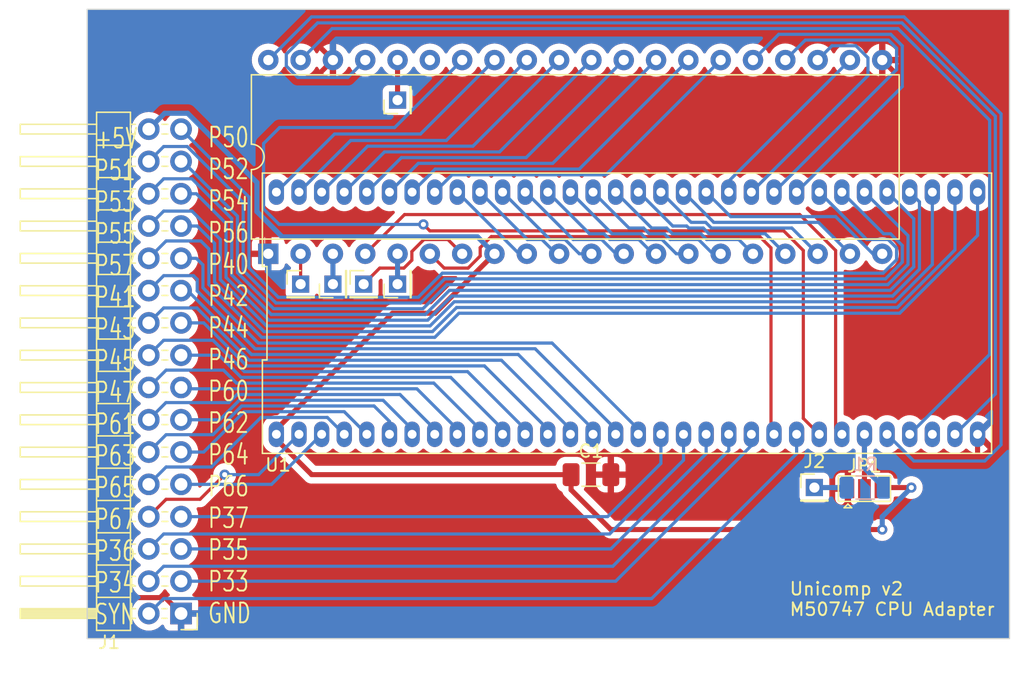
<source format=kicad_pcb>
(kicad_pcb (version 20221018) (generator pcbnew)
  (layers (0 "F.Cu" signal) (31 "B.Cu" signal) (34 "B.Paste" user) (35 "F.Paste" user) (36 "B.SilkS" user "B.Silkscreen") (37 "F.SilkS" user "F.Silkscreen") (38 "B.Mask" user) (39 "F.Mask" user) (44 "Edge.Cuts" user))
  (net 0 "")
  (net 1 "+5V")
  (net 2 "GND")
  (net 3 "/P50")
  (net 4 "/P47")
  (net 5 "/P46")
  (net 6 "/~{NMI}")
  (net 7 "/~{IRQ1}")
  (net 8 "/~{RST}")
  (net 9 "/P45")
  (net 10 "/P44")
  (net 11 "/A15")
  (net 12 "/A14")
  (net 13 "/A13")
  (net 14 "/A12")
  (net 15 "/A11")
  (net 16 "/A10")
  (net 17 "/A9")
  (net 18 "/A8")
  (net 19 "/D7")
  (net 20 "/D6")
  (net 21 "/D5")
  (net 22 "/D4")
  (net 23 "/D3")
  (net 24 "/D2")
  (net 25 "/D1")
  (net 26 "/D0")
  (net 27 "/R{slash}~{W}")
  (net 28 "Net-(J6-Pin_1)")
  (net 29 "/A0")
  (net 30 "/A1")
  (net 31 "/A2")
  (net 32 "/A3")
  (net 33 "/A4")
  (net 34 "/A5")
  (net 35 "/A6")
  (net 36 "/A7")
  (net 37 "/PHI2")
  (net 38 "/CPUCLK")
  (net 39 "+5C")
  (net 40 "/P43")
  (net 41 "/P42")
  (net 42 "/P41")
  (net 43 "Net-(J3-Pin_1)")
  (net 44 "Net-(J4-Pin_1)")
  (net 45 "/~{HALT}")
  (net 46 "/BA")
  (net 47 "/P40")
  (net 48 "/P51")
  (net 49 "/P52")
  (net 50 "/P53")
  (net 51 "/P54")
  (net 52 "/P55")
  (net 53 "/P56")
  (net 54 "/P57")
  (net 55 "/P60")
  (net 56 "/P61")
  (net 57 "/P62")
  (net 58 "/P63")
  (net 59 "/P64")
  (net 60 "/P65")
  (net 61 "/P66")
  (net 62 "/P67")
  (net 63 "/SYNC")
  (net 65 "/P37")
  (net 66 "/P36")
  (net 67 "/P35")
  (net 68 "/P34")
  (net 69 "/P33")
  (net 70 "Net-(J2-Pin_1)")
  (net 71 "Net-(JP1-C)")
  (footprint "Capacitor_SMD:C_1206_3216Metric_Pad1.33x1.80mm_HandSolder" (layer "F.Cu") (at 199.0975 70.104)
    (fp_text reference "C1")
    (fp_text value "100n" hide)
  )
  (footprint "Connector_PinHeader_2.00mm:PinHeader_1x01_P2.00mm_Vertical" (layer "F.Cu") (at 183.896 40.64 90)
    (fp_text reference "J4" hide)
    (fp_text value ".")
  )
  (footprint "Package_DIP:DIP-40_W15.24mm" (layer "F.Cu") (at 173.736 52.7304 90)
    (fp_text reference "U3" hide)
    (fp_text value "MC6802")
  )
  (footprint "Connector_PinHeader_2.54mm:PinHeader_2x16_P2.54mm_Horizontal" (layer "F.Cu") (at 166.878 81.026 180)
    (fp_text reference "J1")
    (fp_text value "Conn_02x16_Odd_Even")
  )
  (footprint "Connector_PinHeader_2.00mm:PinHeader_1x01_P2.00mm_Vertical" (layer "F.Cu") (at 181.229 55.118)
    (fp_text reference "J7" hide)
    (fp_text value ".")
  )
  (footprint "Connector_PinHeader_2.00mm:PinHeader_1x01_P2.00mm_Vertical" (layer "F.Cu") (at 183.896 55.118 90)
    (fp_text reference "J6" hide)
    (fp_text value ".")
  )
  (footprint "Jumper:SolderJumper-3_P1.3mm_Open_Pad1.0x1.5mm" (layer "F.Cu") (at 220.596523 71.206921)
    (fp_text reference "JP1")
    (fp_text value "Mode")
  )
  (footprint "my_own_conn:DIP-64_P1.778_W19.05" (layer "F.Cu") (at 201.93 57.404)
    (fp_text reference "U1")
    (fp_text value "M50747SDIP")
  )
  (footprint "Connector_PinHeader_2.00mm:PinHeader_1x01_P2.00mm_Vertical" (layer "F.Cu") (at 216.662 71.12)
    (fp_text reference "J2")
    (fp_text value ".")
  )
  (footprint "Connector_PinHeader_2.00mm:PinHeader_1x01_P2.00mm_Vertical" (layer "F.Cu") (at 176.276 55.118)
    (fp_text reference "J8" hide)
    (fp_text value ".")
  )
  (footprint "Connector_PinHeader_2.00mm:PinHeader_1x01_P2.00mm_Vertical" (layer "F.Cu") (at 178.816 55.118 90)
    (fp_text reference "J3" hide)
    (fp_text value ".")
  )
  (footprint "Resistor_SMD:R_1206_3216Metric" (layer "B.Cu") (at 220.6645 71.12 180)
    (fp_text reference "R1")
    (fp_text value "1k")
  )
  (gr_rect (start 159.5 33.5) (end 232 83) (stroke (width 0.1)) (fill none) (layer "Edge.Cuts"))
  (gr_text "+5V\nP51\nP53\nP55\nP57\nP41\nP43\nP45\nP47\nP61\nP63\nP65\nP67\nP36\nP34\nSYN" (at 160 82) (layer "F.SilkS") (effects (font (size 1.55 1.1)) (justify left bottom)))
  (gr_text "Unicomp v2\nM50747 CPU Adapter" (at 214.63 81.28) (layer "F.SilkS") (effects (font (size 1 1)) (justify left bottom)))
  (gr_text "P50\nP52\nP54\nP56\nP40\nP42\nP44\nP46\nP60\nP62\nP64\nP66\nP37\nP35\nP33\nGND\n" (at 168.91 81.915) (layer "F.SilkS") (effects (font (size 1.55 1.1)) (justify left bottom)))
  (segment (start 197.535 70.104) (end 177.146 70.104) (width 0.4) (layer "F.Cu") (net 1))
  (segment (start 183.496 57.404) (end 186.8424 57.404) (width 0.4) (layer "F.Cu") (net 1))
  (segment (start 197.535 71.297) (end 200.66 74.422) (width 0.4) (layer "F.Cu") (net 1))
  (segment (start 174.371 66.929) (end 174.371 66.529) (width 0.4) (layer "F.Cu") (net 1))
  (segment (start 174.371 66.529) (end 183.496 57.404) (width 0.4) (layer "F.Cu") (net 1))
  (segment (start 186.8424 57.404) (end 191.516 52.7304) (width 0.4) (layer "F.Cu") (net 1))
  (segment (start 224.282 71.12) (end 221.983444 71.12) (width 0.4) (layer "F.Cu") (net 1))
  (segment (start 174.371 67.329) (end 174.371 66.929) (width 0.4) (layer "F.Cu") (net 1))
  (segment (start 200.66 74.422) (end 221.996 74.422) (width 0.4) (layer "F.Cu") (net 1))
  (segment (start 197.535 70.104) (end 197.535 71.297) (width 0.4) (layer "F.Cu") (net 1))
  (segment (start 177.146 70.104) (end 174.371 67.329) (width 0.4) (layer "F.Cu") (net 1))
  (segment (start 221.983444 71.12) (end 221.896523 71.206921) (width 0.4) (layer "F.Cu") (net 1))
  (via (at 221.996 74.422) (size 0.8) (drill 0.4) (layers "F.Cu" "B.Cu") (net 1))
  (via (at 224.282 71.12) (size 0.8) (drill 0.4) (layers "F.Cu" "B.Cu") (net 1))
  (segment (start 190.1816 51.396) (end 191.516 52.7304) (width 0.4) (layer "B.Cu") (net 1))
  (segment (start 164.338 42.926) (end 165.588 41.676) (width 0.4) (layer "B.Cu") (net 1))
  (segment (start 167.395767 41.676) (end 172.839 47.119233) (width 0.4) (layer "B.Cu") (net 1))
  (segment (start 172.839 47.119233) (end 172.839 49.411746) (width 0.4) (layer "B.Cu") (net 1))
  (segment (start 172.839 49.411746) (end 174.823254 51.396) (width 0.4) (layer "B.Cu") (net 1))
  (segment (start 221.996 74.422) (end 221.996 73.406) (width 0.4) (layer "B.Cu") (net 1))
  (segment (start 221.996 73.406) (end 224.282 71.12) (width 0.4) (layer "B.Cu") (net 1))
  (segment (start 174.823254 51.396) (end 190.1816 51.396) (width 0.4) (layer "B.Cu") (net 1))
  (segment (start 165.588 41.676) (end 167.395767 41.676) (width 0.4) (layer "B.Cu") (net 1))
  (segment (start 200.66 71.882) (end 200.66 70.104) (width 0.4) (layer "F.Cu") (net 2))
  (segment (start 219.296523 71.206921) (end 219.296523 72.295477) (width 0.4) (layer "F.Cu") (net 2))
  (segment (start 219.296523 72.295477) (end 218.186 73.406) (width 0.4) (layer "F.Cu") (net 2))
  (segment (start 229.489 66.929) (end 229.997 66.421) (width 0.4) (layer "F.Cu") (net 2))
  (segment (start 226.568 73.406) (end 220.345602 73.406) (width 0.4) (layer "F.Cu") (net 2))
  (segment (start 229.489 70.485) (end 226.568 73.406) (width 0.4) (layer "F.Cu") (net 2))
  (segment (start 165.628 79.776) (end 166.878 81.026) (width 0.4) (layer "F.Cu") (net 2))
  (segment (start 202.184 73.406) (end 200.66 71.882) (width 0.4) (layer "F.Cu") (net 2))
  (segment (start 220.345602 73.406) (end 219.296523 72.356921) (width 0.4) (layer "F.Cu") (net 2))
  (segment (start 231.14 65.278) (end 231.14 46.6344) (width 0.4) (layer "F.Cu") (net 2))
  (segment (start 218.186 73.406) (end 202.184 73.406) (width 0.4) (layer "F.Cu") (net 2))
  (segment (start 160.528 42.799) (end 167.513 35.814) (width 0.4) (layer "F.Cu") (net 2))
  (segment (start 178.816 37.4904) (end 173.228 43.0784) (width 0.4) (layer "F.Cu") (net 2))
  (segment (start 229.489 66.929) (end 229.489 70.485) (width 0.4) (layer "F.Cu") (net 2))
  (segment (start 229.997 66.421) (end 229.997 66.457214) (width 0.4) (layer "F.Cu") (net 2))
  (segment (start 161.183 79.776) (end 165.628 79.776) (width 0.4) (layer "F.Cu") (net 2))
  (segment (start 173.228 52.0384) (end 173.136 52.1304) (width 0.4) (layer "F.Cu") (net 2))
  (segment (start 219.296523 72.356921) (end 219.296523 71.206921) (width 0.4) (layer "F.Cu") (net 2))
  (segment (start 231.14 46.6344) (end 221.996 37.4904) (width 0.4) (layer "F.Cu") (net 2))
  (segment (start 160.528 79.121) (end 161.183 79.776) (width 0.4) (layer "F.Cu") (net 2))
  (segment (start 167.513 35.814) (end 177.1396 35.814) (width 0.4) (layer "F.Cu") (net 2))
  (segment (start 160.528 79.121) (end 160.528 42.799) (width 0.4) (layer "F.Cu") (net 2))
  (segment (start 229.997 66.421) (end 231.14 65.278) (width 0.4) (layer "F.Cu") (net 2))
  (segment (start 173.228 43.0784) (end 173.228 52.0384) (width 0.4) (layer "F.Cu") (net 2))
  (segment (start 177.1396 35.814) (end 178.816 37.4904) (width 0.4) (layer "F.Cu") (net 2))
  (segment (start 220.7694 51.6054) (end 217.043 47.879) (width 0.25) (layer "B.Cu") (net 3))
  (segment (start 223.121 53.196391) (end 223.121 52.264409) (width 0.25) (layer "B.Cu") (net 3))
  (segment (start 185.520228 56.151) (end 187.417228 54.254) (width 0.25) (layer "B.Cu") (net 3))
  (segment (start 172.212 53.838228) (end 174.524772 56.151) (width 0.25) (layer "B.Cu") (net 3))
  (segment (start 166.878 42.926) (end 172.212 48.26) (width 0.25) (layer "B.Cu") (net 3))
  (segment (start 223.121 52.264409) (end 222.461991 51.6054) (width 0.25) (layer "B.Cu") (net 3))
  (segment (start 172.212 48.26) (end 172.212 53.838228) (width 0.25) (layer "B.Cu") (net 3))
  (segment (start 187.417228 54.254) (end 222.063391 54.254) (width 0.25) (layer "B.Cu") (net 3))
  (segment (start 222.461991 51.6054) (end 220.7694 51.6054) (width 0.25) (layer "B.Cu") (net 3))
  (segment (start 174.524772 56.151) (end 185.520228 56.151) (width 0.25) (layer "B.Cu") (net 3))
  (segment (start 222.063391 54.254) (end 223.121 53.196391) (width 0.25) (layer "B.Cu") (net 3))
  (segment (start 190.373 66.529) (end 190.373 66.929) (width 0.25) (layer "B.Cu") (net 4))
  (segment (start 165.703 61.881) (end 170.212 61.881) (width 0.25) (layer "B.Cu") (net 4))
  (segment (start 164.338 63.246) (end 165.703 61.881) (width 0.25) (layer "B.Cu") (net 4))
  (segment (start 171.232 62.901) (end 186.745 62.901) (width 0.25) (layer "B.Cu") (net 4))
  (segment (start 170.212 61.881) (end 171.232 62.901) (width 0.25) (layer "B.Cu") (net 4))
  (segment (start 186.745 62.901) (end 190.373 66.529) (width 0.25) (layer "B.Cu") (net 4))
  (segment (start 169.856624 60.706) (end 171.601624 62.451) (width 0.25) (layer "B.Cu") (net 5))
  (segment (start 171.601624 62.451) (end 188.073 62.451) (width 0.25) (layer "B.Cu") (net 5))
  (segment (start 188.073 62.451) (end 192.151 66.529) (width 0.25) (layer "B.Cu") (net 5))
  (segment (start 192.151 66.529) (end 192.151 66.929) (width 0.25) (layer "B.Cu") (net 5))
  (segment (start 166.878 60.706) (end 169.856624 60.706) (width 0.25) (layer "B.Cu") (net 5))
  (segment (start 212.363591 51.377) (end 213.251 52.264409) (width 0.25) (layer "F.Cu") (net 6))
  (segment (start 191.262 51.377) (end 212.363591 51.377) (width 0.25) (layer "F.Cu") (net 6))
  (segment (start 213.251 52.264409) (end 213.251 66.693) (width 0.25) (layer "F.Cu") (net 6))
  (segment (start 190.391 52.906391) (end 190.391 52.248) (width 0.25) (layer "F.Cu") (net 6))
  (segment (start 186.436 52.7304) (end 187.561 53.8554) (width 0.25) (layer "F.Cu") (net 6))
  (segment (start 213.251 66.693) (end 213.487 66.929) (width 0.25) (layer "F.Cu") (net 6))
  (segment (start 189.441991 53.8554) (end 190.391 52.906391) (width 0.25) (layer "F.Cu") (net 6))
  (segment (start 187.561 53.8554) (end 189.441991 53.8554) (width 0.25) (layer "F.Cu") (net 6))
  (segment (start 190.391 52.248) (end 191.262 51.377) (width 0.25) (layer "F.Cu") (net 6))
  (segment (start 218.331 66.439) (end 218.821 66.929) (width 0.25) (layer "F.Cu") (net 7))
  (segment (start 215.506 49.644) (end 218.331 52.469) (width 0.25) (layer "F.Cu") (net 7))
  (segment (start 181.356 52.7304) (end 184.4424 49.644) (width 0.25) (layer "F.Cu") (net 7))
  (segment (start 184.4424 49.644) (end 215.506 49.644) (width 0.25) (layer "F.Cu") (net 7))
  (segment (start 218.331 52.469) (end 218.331 66.439) (width 0.25) (layer "F.Cu") (net 7))
  (segment (start 231.336 41.723604) (end 231.336 67.750396) (width 0.25) (layer "B.Cu") (net 8))
  (segment (start 231.336 67.750396) (end 230.056396 69.03) (width 0.25) (layer "B.Cu") (net 8))
  (segment (start 177.1324 34.094) (end 223.706396 34.094) (width 0.25) (layer "B.Cu") (net 8))
  (segment (start 173.736 37.4904) (end 177.1324 34.094) (width 0.25) (layer "B.Cu") (net 8))
  (segment (start 230.056396 69.03) (end 224.478 69.03) (width 0.25) (layer "B.Cu") (net 8))
  (segment (start 224.478 69.03) (end 222.377 66.929) (width 0.25) (layer "B.Cu") (net 8))
  (segment (start 223.706396 34.094) (end 231.336 41.723604) (width 0.25) (layer "B.Cu") (net 8))
  (segment (start 193.929 66.529) (end 193.929 66.929) (width 0.25) (layer "B.Cu") (net 9))
  (segment (start 189.401 62.001) (end 193.929 66.529) (width 0.25) (layer "B.Cu") (net 9))
  (segment (start 169.387396 59.531) (end 171.857396 62.001) (width 0.25) (layer "B.Cu") (net 9))
  (segment (start 164.338 60.706) (end 165.513 59.531) (width 0.25) (layer "B.Cu") (net 9))
  (segment (start 165.513 59.531) (end 169.387396 59.531) (width 0.25) (layer "B.Cu") (net 9))
  (segment (start 171.857396 62.001) (end 189.401 62.001) (width 0.25) (layer "B.Cu") (net 9))
  (segment (start 168.658792 58.166) (end 172.043792 61.551) (width 0.25) (layer "B.Cu") (net 10))
  (segment (start 172.043792 61.551) (end 190.729 61.551) (width 0.25) (layer "B.Cu") (net 10))
  (segment (start 166.878 58.166) (end 168.658792 58.166) (width 0.25) (layer "B.Cu") (net 10))
  (segment (start 195.707 66.529) (end 195.707 66.929) (width 0.25) (layer "B.Cu") (net 10))
  (segment (start 190.729 61.551) (end 195.707 66.529) (width 0.25) (layer "B.Cu") (net 10))
  (segment (start 213.861 35.4654) (end 211.836 37.4904) (width 0.25) (layer "B.Cu") (net 11))
  (segment (start 222.6634 35.4654) (end 213.861 35.4654) (width 0.25) (layer "B.Cu") (net 11))
  (segment (start 215.265 47.879) (end 223.571 39.573) (width 0.25) (layer "B.Cu") (net 11))
  (segment (start 223.571 36.373) (end 222.6634 35.4654) (width 0.25) (layer "B.Cu") (net 11))
  (segment (start 223.571 39.573) (end 223.571 36.373) (width 0.25) (layer "B.Cu") (net 11))
  (segment (start 223.121 38.245) (end 223.121 36.559396) (width 0.25) (layer "B.Cu") (net 12))
  (segment (start 222.477004 35.9154) (end 215.951 35.9154) (width 0.25) (layer "B.Cu") (net 12))
  (segment (start 213.487 47.879) (end 223.121 38.245) (width 0.25) (layer "B.Cu") (net 12))
  (segment (start 223.121 36.559396) (end 222.477004 35.9154) (width 0.25) (layer "B.Cu") (net 12))
  (segment (start 215.951 35.9154) (end 214.376 37.4904) (width 0.25) (layer "B.Cu") (net 12))
  (segment (start 220.871 37.314409) (end 219.921991 36.3654) (width 0.25) (layer "B.Cu") (net 13))
  (segment (start 219.921991 36.3654) (end 218.041 36.3654) (width 0.25) (layer "B.Cu") (net 13))
  (segment (start 220.871 38.717) (end 220.871 37.314409) (width 0.25) (layer "B.Cu") (net 13))
  (segment (start 211.709 47.879) (end 220.871 38.717) (width 0.25) (layer "B.Cu") (net 13))
  (segment (start 218.041 36.3654) (end 216.916 37.4904) (width 0.25) (layer "B.Cu") (net 13))
  (segment (start 209.931 47.0154) (end 219.456 37.4904) (width 0.25) (layer "B.Cu") (net 14))
  (segment (start 209.931 47.879) (end 209.931 47.0154) (width 0.25) (layer "B.Cu") (net 14))
  (segment (start 210.0794 49.8054) (end 218.333004 49.8054) (width 0.25) (layer "B.Cu") (net 15))
  (segment (start 208.153 47.879) (end 210.0794 49.8054) (width 0.25) (layer "B.Cu") (net 15))
  (segment (start 218.333004 49.8054) (end 221.258004 52.7304) (width 0.25) (layer "B.Cu") (net 15))
  (segment (start 221.258004 52.7304) (end 221.996 52.7304) (width 0.25) (layer "B.Cu") (net 15))
  (segment (start 206.375 47.879) (end 208.7514 50.2554) (width 0.25) (layer "B.Cu") (net 16))
  (segment (start 208.7514 50.2554) (end 216.981 50.2554) (width 0.25) (layer "B.Cu") (net 16))
  (segment (start 216.981 50.2554) (end 219.456 52.7304) (width 0.25) (layer "B.Cu") (net 16))
  (segment (start 204.597 47.879) (end 206.9734 50.2554) (width 0.25) (layer "B.Cu") (net 17))
  (segment (start 208.115004 50.2554) (end 208.565004 50.7054) (width 0.25) (layer "B.Cu") (net 17))
  (segment (start 206.9734 50.2554) (end 208.115004 50.2554) (width 0.25) (layer "B.Cu") (net 17))
  (segment (start 214.891 50.7054) (end 216.916 52.7304) (width 0.25) (layer "B.Cu") (net 17))
  (segment (start 208.565004 50.7054) (end 214.891 50.7054) (width 0.25) (layer "B.Cu") (net 17))
  (segment (start 205.531779 50.546) (end 206.627604 50.546) (width 0.25) (layer "B.Cu") (net 18))
  (segment (start 207.928608 50.7054) (end 208.378608 51.1554) (width 0.25) (layer "B.Cu") (net 18))
  (segment (start 202.864779 47.879) (end 205.531779 50.546) (width 0.25) (layer "B.Cu") (net 18))
  (segment (start 206.787004 50.7054) (end 207.928608 50.7054) (width 0.25) (layer "B.Cu") (net 18))
  (segment (start 208.378608 51.1554) (end 212.801 51.1554) (width 0.25) (layer "B.Cu") (net 18))
  (segment (start 202.819 47.879) (end 202.864779 47.879) (width 0.25) (layer "B.Cu") (net 18))
  (segment (start 206.627604 50.546) (end 206.787004 50.7054) (width 0.25) (layer "B.Cu") (net 18))
  (segment (start 212.801 51.1554) (end 214.376 52.7304) (width 0.25) (layer "B.Cu") (net 18))
  (segment (start 188.181 46.515) (end 186.817 47.879) (width 0.25) (layer "B.Cu") (net 19))
  (segment (start 209.296 37.4904) (end 200.2714 46.515) (width 0.25) (layer "B.Cu") (net 19))
  (segment (start 200.2714 46.515) (end 188.181 46.515) (width 0.25) (layer "B.Cu") (net 19))
  (segment (start 198.1814 46.065) (end 186.853 46.065) (width 0.25) (layer "B.Cu") (net 20))
  (segment (start 206.756 37.4904) (end 198.1814 46.065) (width 0.25) (layer "B.Cu") (net 20))
  (segment (start 186.853 46.065) (end 185.039 47.879) (width 0.25) (layer "B.Cu") (net 20))
  (segment (start 196.0914 45.615) (end 185.525 45.615) (width 0.25) (layer "B.Cu") (net 21))
  (segment (start 204.216 37.4904) (end 196.0914 45.615) (width 0.25) (layer "B.Cu") (net 21))
  (segment (start 185.525 45.615) (end 183.261 47.879) (width 0.25) (layer "B.Cu") (net 21))
  (segment (start 201.676 37.4904) (end 194.0014 45.165) (width 0.25) (layer "B.Cu") (net 22))
  (segment (start 194.0014 45.165) (end 184.197 45.165) (width 0.25) (layer "B.Cu") (net 22))
  (segment (start 184.197 45.165) (end 181.483 47.879) (width 0.25) (layer "B.Cu") (net 22))
  (segment (start 199.136 37.4904) (end 191.9114 44.715) (width 0.25) (layer "B.Cu") (net 23))
  (segment (start 191.9114 44.715) (end 182.869 44.715) (width 0.25) (layer "B.Cu") (net 23))
  (segment (start 182.869 44.715) (end 179.705 47.879) (width 0.25) (layer "B.Cu") (net 23))
  (segment (start 181.541 44.265) (end 177.927 47.879) (width 0.25) (layer "B.Cu") (net 24))
  (segment (start 196.596 37.4904) (end 189.8214 44.265) (width 0.25) (layer "B.Cu") (net 24))
  (segment (start 189.8214 44.265) (end 181.541 44.265) (width 0.25) (layer "B.Cu") (net 24))
  (segment (start 187.7314 43.815) (end 180.213 43.815) (width 0.25) (layer "B.Cu") (net 25))
  (segment (start 180.213 43.815) (end 176.149 47.879) (width 0.25) (layer "B.Cu") (net 25))
  (segment (start 194.056 37.4904) (end 187.7314 43.815) (width 0.25) (layer "B.Cu") (net 25))
  (segment (start 191.516 37.4904) (end 185.6994 43.307) (width 0.25) (layer "B.Cu") (net 26))
  (segment (start 185.6994 43.307) (end 178.943 43.307) (width 0.25) (layer "B.Cu") (net 26))
  (segment (start 178.943 43.307) (end 174.371 47.879) (width 0.25) (layer "B.Cu") (net 26))
  (segment (start 217.043 66.929) (end 215.791 65.677) (width 0.25) (layer "F.Cu") (net 27))
  (segment (start 215.791 65.677) (end 215.791 52.469) (width 0.25) (layer "F.Cu") (net 27))
  (segment (start 214.249 50.927) (end 186.436 50.927) (width 0.25) (layer "F.Cu") (net 27))
  (segment (start 186.436 50.927) (end 185.928 50.419) (width 0.25) (layer "F.Cu") (net 27))
  (segment (start 215.791 52.469) (end 214.249 50.927) (width 0.25) (layer "F.Cu") (net 27))
  (via (at 185.928 50.419) (size 0.8) (drill 0.4) (layers "F.Cu" "B.Cu") (net 27))
  (segment (start 173.364 44.06) (end 174.625 42.799) (width 0.25) (layer "B.Cu") (net 27))
  (segment (start 185.928 50.419) (end 174.588716 50.419) (width 0.25) (layer "B.Cu") (net 27))
  (segment (start 174.588716 50.419) (end 173.364 49.194284) (width 0.25) (layer "B.Cu") (net 27))
  (segment (start 173.364 49.194284) (end 173.364 44.06) (width 0.25) (layer "B.Cu") (net 27))
  (segment (start 174.625 42.799) (end 183.6674 42.799) (width 0.25) (layer "B.Cu") (net 27))
  (segment (start 183.6674 42.799) (end 188.976 37.4904) (width 0.25) (layer "B.Cu") (net 27))
  (segment (start 183.896 55.118) (end 183.896 52.7304) (width 0.4) (layer "B.Cu") (net 28))
  (segment (start 188.595 47.879) (end 193.4464 52.7304) (width 0.25) (layer "B.Cu") (net 29))
  (segment (start 193.4464 52.7304) (end 194.056 52.7304) (width 0.25) (layer "B.Cu") (net 29))
  (segment (start 196.366004 52.7304) (end 196.596 52.7304) (width 0.25) (layer "B.Cu") (net 30))
  (segment (start 190.373 47.879) (end 194.0994 51.6054) (width 0.25) (layer "B.Cu") (net 30))
  (segment (start 195.241004 51.6054) (end 196.366004 52.7304) (width 0.25) (layer "B.Cu") (net 30))
  (segment (start 194.0994 51.6054) (end 195.241004 51.6054) (width 0.25) (layer "B.Cu") (net 30))
  (segment (start 197.061991 51.6054) (end 198.186991 52.7304) (width 0.25) (layer "B.Cu") (net 31))
  (segment (start 195.8774 51.6054) (end 197.061991 51.6054) (width 0.25) (layer "B.Cu") (net 31))
  (segment (start 198.186991 52.7304) (end 199.136 52.7304) (width 0.25) (layer "B.Cu") (net 31))
  (segment (start 192.151 47.879) (end 195.8774 51.6054) (width 0.25) (layer "B.Cu") (net 31))
  (segment (start 193.971987 47.879) (end 197.698387 51.6054) (width 0.25) (layer "B.Cu") (net 32))
  (segment (start 197.698387 51.6054) (end 199.938608 51.6054) (width 0.25) (layer "B.Cu") (net 32))
  (segment (start 193.929 47.879) (end 193.971987 47.879) (width 0.25) (layer "B.Cu") (net 32))
  (segment (start 199.938608 51.6054) (end 201.063608 52.7304) (width 0.25) (layer "B.Cu") (net 32))
  (segment (start 201.063608 52.7304) (end 201.676 52.7304) (width 0.25) (layer "B.Cu") (net 32))
  (segment (start 203.983212 52.7304) (end 204.216 52.7304) (width 0.25) (layer "B.Cu") (net 33))
  (segment (start 202.858212 51.6054) (end 203.983212 52.7304) (width 0.25) (layer "B.Cu") (net 33))
  (segment (start 200.125004 51.1554) (end 200.575004 51.6054) (width 0.25) (layer "B.Cu") (net 33))
  (segment (start 198.9834 51.1554) (end 200.125004 51.1554) (width 0.25) (layer "B.Cu") (net 33))
  (segment (start 200.575004 51.6054) (end 202.858212 51.6054) (width 0.25) (layer "B.Cu") (net 33))
  (segment (start 195.707 47.879) (end 198.9834 51.1554) (width 0.25) (layer "B.Cu") (net 33))
  (segment (start 203.494608 51.6054) (end 204.681991 51.6054) (width 0.25) (layer "B.Cu") (net 34))
  (segment (start 204.681991 51.6054) (end 205.806991 52.7304) (width 0.25) (layer "B.Cu") (net 34))
  (segment (start 203.044608 51.1554) (end 203.494608 51.6054) (width 0.25) (layer "B.Cu") (net 34))
  (segment (start 200.7614 51.1554) (end 203.044608 51.1554) (width 0.25) (layer "B.Cu") (net 34))
  (segment (start 205.806991 52.7304) (end 206.756 52.7304) (width 0.25) (layer "B.Cu") (net 34))
  (segment (start 197.485 47.879) (end 200.7614 51.1554) (width 0.25) (layer "B.Cu") (net 34))
  (segment (start 205.318387 51.6054) (end 207.555816 51.6054) (width 0.25) (layer "B.Cu") (net 35))
  (segment (start 199.263 47.879) (end 202.0894 50.7054) (width 0.25) (layer "B.Cu") (net 35))
  (segment (start 204.868387 51.1554) (end 205.318387 51.6054) (width 0.25) (layer "B.Cu") (net 35))
  (segment (start 203.681004 51.1554) (end 204.868387 51.1554) (width 0.25) (layer "B.Cu") (net 35))
  (segment (start 203.231004 50.7054) (end 203.681004 51.1554) (width 0.25) (layer "B.Cu") (net 35))
  (segment (start 208.680816 52.7304) (end 209.296 52.7304) (width 0.25) (layer "B.Cu") (net 35))
  (segment (start 207.555816 51.6054) (end 208.680816 52.7304) (width 0.25) (layer "B.Cu") (net 35))
  (segment (start 202.0894 50.7054) (end 203.231004 50.7054) (width 0.25) (layer "B.Cu") (net 35))
  (segment (start 203.8674 50.7054) (end 205.054783 50.7054) (width 0.25) (layer "B.Cu") (net 36))
  (segment (start 205.054783 50.7054) (end 205.504783 51.1554) (width 0.25) (layer "B.Cu") (net 36))
  (segment (start 201.041 47.879) (end 203.8674 50.7054) (width 0.25) (layer "B.Cu") (net 36))
  (segment (start 207.742212 51.1554) (end 208.192212 51.6054) (width 0.25) (layer "B.Cu") (net 36))
  (segment (start 208.192212 51.6054) (end 210.711 51.6054) (width 0.25) (layer "B.Cu") (net 36))
  (segment (start 205.504783 51.1554) (end 207.742212 51.1554) (width 0.25) (layer "B.Cu") (net 36))
  (segment (start 210.711 51.6054) (end 211.836 52.7304) (width 0.25) (layer "B.Cu") (net 36))
  (segment (start 223.5414 34.5654) (end 177.610009 34.5654) (width 0.25) (layer "B.Cu") (net 37))
  (segment (start 175.151 37.024409) (end 175.151 37.956391) (width 0.25) (layer "B.Cu") (net 37))
  (segment (start 230.886 41.91) (end 223.5414 34.5654) (width 0.25) (layer "B.Cu") (net 37))
  (segment (start 177.610009 34.5654) (end 175.151 37.024409) (width 0.25) (layer "B.Cu") (net 37))
  (segment (start 230.886 63.754) (end 230.886 41.91) (width 0.25) (layer "B.Cu") (net 37))
  (segment (start 176.056609 38.862) (end 179.9844 38.862) (width 0.25) (layer "B.Cu") (net 37))
  (segment (start 175.151 37.956391) (end 176.056609 38.862) (width 0.25) (layer "B.Cu") (net 37))
  (segment (start 179.9844 38.862) (end 181.356 37.4904) (width 0.25) (layer "B.Cu") (net 37))
  (segment (start 227.711 66.929) (end 230.886 63.754) (width 0.25) (layer "B.Cu") (net 37))
  (segment (start 178.751 35.0154) (end 223.2294 35.0154) (width 0.25) (layer "B.Cu") (net 38))
  (segment (start 230.436 42.222) (end 230.436 60.648) (width 0.25) (layer "B.Cu") (net 38))
  (segment (start 223.2294 35.0154) (end 230.436 42.222) (width 0.25) (layer "B.Cu") (net 38))
  (segment (start 230.436 60.648) (end 224.155 66.929) (width 0.25) (layer "B.Cu") (net 38))
  (segment (start 176.276 37.4904) (end 178.751 35.0154) (width 0.25) (layer "B.Cu") (net 38))
  (segment (start 192.057 61.101) (end 197.485 66.529) (width 0.25) (layer "B.Cu") (net 40))
  (segment (start 172.230188 61.101) (end 192.057 61.101) (width 0.25) (layer "B.Cu") (net 40))
  (segment (start 164.338 58.166) (end 165.513 56.991) (width 0.25) (layer "B.Cu") (net 40))
  (segment (start 168.120188 56.991) (end 172.230188 61.101) (width 0.25) (layer "B.Cu") (net 40))
  (segment (start 165.513 56.991) (end 168.120188 56.991) (width 0.25) (layer "B.Cu") (net 40))
  (segment (start 197.485 66.529) (end 197.485 66.929) (width 0.25) (layer "B.Cu") (net 40))
  (segment (start 193.385 60.651) (end 199.263 66.529) (width 0.25) (layer "B.Cu") (net 41))
  (segment (start 166.878 55.626) (end 167.391584 55.626) (width 0.25) (layer "B.Cu") (net 41))
  (segment (start 172.416584 60.651) (end 193.385 60.651) (width 0.25) (layer "B.Cu") (net 41))
  (segment (start 167.391584 55.626) (end 172.416584 60.651) (width 0.25) (layer "B.Cu") (net 41))
  (segment (start 199.263 66.529) (end 199.263 66.929) (width 0.25) (layer "B.Cu") (net 41))
  (segment (start 201.041 66.529) (end 201.041 66.929) (width 0.25) (layer "B.Cu") (net 42))
  (segment (start 165.513 54.451) (end 167.862 54.451) (width 0.25) (layer "B.Cu") (net 42))
  (segment (start 168.148 54.737) (end 168.148 55.651) (width 0.25) (layer "B.Cu") (net 42))
  (segment (start 167.862 54.451) (end 168.148 54.737) (width 0.25) (layer "B.Cu") (net 42))
  (segment (start 164.338 55.626) (end 165.513 54.451) (width 0.25) (layer "B.Cu") (net 42))
  (segment (start 194.713 60.201) (end 201.041 66.529) (width 0.25) (layer "B.Cu") (net 42))
  (segment (start 172.698 60.201) (end 194.713 60.201) (width 0.25) (layer "B.Cu") (net 42))
  (segment (start 168.148 55.651) (end 172.698 60.201) (width 0.25) (layer "B.Cu") (net 42))
  (segment (start 178.816 52.7304) (end 178.816 55.118) (width 0.4) (layer "B.Cu") (net 43))
  (segment (start 183.896 37.4904) (end 183.896 40.64) (width 0.4) (layer "F.Cu") (net 44))
  (segment (start 176.276 55.118) (end 176.276 52.7304) (width 0.25) (layer "F.Cu") (net 45))
  (segment (start 188.976 52.7304) (end 187.851 51.6054) (width 0.25) (layer "F.Cu") (net 46))
  (segment (start 185.021 53.231) (end 184.3966 53.8554) (width 0.25) (layer "F.Cu") (net 46))
  (segment (start 187.851 51.6054) (end 185.970009 51.6054) (width 0.25) (layer "F.Cu") (net 46))
  (segment (start 185.021 52.554409) (end 185.021 53.231) (width 0.25) (layer "F.Cu") (net 46))
  (segment (start 184.3966 53.8554) (end 182.4916 53.8554) (width 0.25) (layer "F.Cu") (net 46))
  (segment (start 185.970009 51.6054) (end 185.021 52.554409) (width 0.25) (layer "F.Cu") (net 46))
  (segment (start 182.4916 53.8554) (end 181.229 55.118) (width 0.25) (layer "F.Cu") (net 46))
  (segment (start 202.819 66.529) (end 196.041 59.751) (width 0.25) (layer "B.Cu") (net 47))
  (segment (start 168.598 53.603919) (end 168.080081 53.086) (width 0.25) (layer "B.Cu") (net 47))
  (segment (start 168.080081 53.086) (end 166.878 53.086) (width 0.25) (layer "B.Cu") (net 47))
  (segment (start 202.819 66.929) (end 202.819 66.529) (width 0.25) (layer "B.Cu") (net 47))
  (segment (start 172.952 59.751) (end 168.598 55.397) (width 0.25) (layer "B.Cu") (net 47))
  (segment (start 168.598 55.397) (end 168.598 53.603919) (width 0.25) (layer "B.Cu") (net 47))
  (segment (start 196.041 59.751) (end 172.952 59.751) (width 0.25) (layer "B.Cu") (net 47))
  (segment (start 167.364701 44.291) (end 171.762 48.688299) (width 0.25) (layer "B.Cu") (net 48))
  (segment (start 223.571 52.078013) (end 222.648387 51.1554) (width 0.25) (layer "B.Cu") (net 48))
  (segment (start 223.571 53.382787) (end 223.571 52.078013) (width 0.25) (layer "B.Cu") (net 48))
  (segment (start 165.513 44.291) (end 167.364701 44.291) (width 0.25) (layer "B.Cu") (net 48))
  (segment (start 171.762 48.688299) (end 171.762 54.024624) (width 0.25) (layer "B.Cu") (net 48))
  (segment (start 174.338376 56.601) (end 185.706624 56.601) (width 0.25) (layer "B.Cu") (net 48))
  (segment (start 171.762 54.024624) (end 174.338376 56.601) (width 0.25) (layer "B.Cu") (net 48))
  (segment (start 222.0974 51.1554) (end 218.821 47.879) (width 0.25) (layer "B.Cu") (net 48))
  (segment (start 185.706624 56.601) (end 187.603624 54.704) (width 0.25) (layer "B.Cu") (net 48))
  (segment (start 222.249787 54.704) (end 223.571 53.382787) (width 0.25) (layer "B.Cu") (net 48))
  (segment (start 222.648387 51.1554) (end 222.0974 51.1554) (width 0.25) (layer "B.Cu") (net 48))
  (segment (start 164.338 45.466) (end 165.513 44.291) (width 0.25) (layer "B.Cu") (net 48))
  (segment (start 187.603624 54.704) (end 222.249787 54.704) (width 0.25) (layer "B.Cu") (net 48))
  (segment (start 167.006396 45.466) (end 171.312 49.771604) (width 0.25) (layer "B.Cu") (net 49))
  (segment (start 174.15198 57.051) (end 185.89302 57.051) (width 0.25) (layer "B.Cu") (net 49))
  (segment (start 171.312 54.21102) (end 174.15198 57.051) (width 0.25) (layer "B.Cu") (net 49))
  (segment (start 222.436183 55.154) (end 224.021 53.569183) (width 0.25) (layer "B.Cu") (net 49))
  (segment (start 166.878 45.466) (end 167.006396 45.466) (width 0.25) (layer "B.Cu") (net 49))
  (segment (start 224.021 53.569183) (end 224.021 51.301) (width 0.25) (layer "B.Cu") (net 49))
  (segment (start 187.79002 55.154) (end 222.436183 55.154) (width 0.25) (layer "B.Cu") (net 49))
  (segment (start 185.89302 57.051) (end 187.79002 55.154) (width 0.25) (layer "B.Cu") (net 49))
  (segment (start 224.021 51.301) (end 220.599 47.879) (width 0.25) (layer "B.Cu") (net 49))
  (segment (start 171.312 49.771604) (end 171.312 54.21102) (width 0.25) (layer "B.Cu") (net 49))
  (segment (start 224.471 53.755579) (end 224.471 49.973) (width 0.25) (layer "B.Cu") (net 50))
  (segment (start 167.735 46.831) (end 170.862 49.958) (width 0.25) (layer "B.Cu") (net 50))
  (segment (start 164.338 48.006) (end 165.513 46.831) (width 0.25) (layer "B.Cu") (net 50))
  (segment (start 170.862 49.958) (end 170.862 54.397416) (width 0.25) (layer "B.Cu") (net 50))
  (segment (start 222.622579 55.604) (end 224.471 53.755579) (width 0.25) (layer "B.Cu") (net 50))
  (segment (start 186.079416 57.501) (end 187.976416 55.604) (width 0.25) (layer "B.Cu") (net 50))
  (segment (start 224.471 49.973) (end 222.377 47.879) (width 0.25) (layer "B.Cu") (net 50))
  (segment (start 165.513 46.831) (end 167.735 46.831) (width 0.25) (layer "B.Cu") (net 50))
  (segment (start 187.976416 55.604) (end 222.622579 55.604) (width 0.25) (layer "B.Cu") (net 50))
  (segment (start 170.862 54.397416) (end 173.965584 57.501) (width 0.25) (layer "B.Cu") (net 50))
  (segment (start 173.965584 57.501) (end 186.079416 57.501) (width 0.25) (layer "B.Cu") (net 50))
  (segment (start 173.779188 57.951) (end 186.265812 57.951) (width 0.25) (layer "B.Cu") (net 51))
  (segment (start 222.808975 56.054) (end 224.921 53.941975) (width 0.25) (layer "B.Cu") (net 51))
  (segment (start 166.878 48.006) (end 168.080081 48.006) (width 0.25) (layer "B.Cu") (net 51))
  (segment (start 188.162812 56.054) (end 222.808975 56.054) (width 0.25) (layer "B.Cu") (net 51))
  (segment (start 170.412 50.337919) (end 170.412 54.583812) (width 0.25) (layer "B.Cu") (net 51))
  (segment (start 170.412 54.583812) (end 173.779188 57.951) (width 0.25) (layer "B.Cu") (net 51))
  (segment (start 168.080081 48.006) (end 170.412 50.337919) (width 0.25) (layer "B.Cu") (net 51))
  (segment (start 224.921 53.941975) (end 224.921 48.645) (width 0.25) (layer "B.Cu") (net 51))
  (segment (start 186.265812 57.951) (end 188.162812 56.054) (width 0.25) (layer "B.Cu") (net 51))
  (segment (start 224.921 48.645) (end 224.155 47.879) (width 0.25) (layer "B.Cu") (net 51))
  (segment (start 169.962 51.596604) (end 169.962 54.770208) (width 0.25) (layer "B.Cu") (net 52))
  (segment (start 173.592792 58.401) (end 186.452208 58.401) (width 0.25) (layer "B.Cu") (net 52))
  (segment (start 188.349208 56.504) (end 222.995371 56.504) (width 0.25) (layer "B.Cu") (net 52))
  (segment (start 165.513 49.371) (end 167.736396 49.371) (width 0.25) (layer "B.Cu") (net 52))
  (segment (start 167.736396 49.371) (end 169.962 51.596604) (width 0.25) (layer "B.Cu") (net 52))
  (segment (start 225.933 53.566371) (end 225.933 47.879) (width 0.25) (layer "B.Cu") (net 52))
  (segment (start 222.995371 56.504) (end 225.933 53.566371) (width 0.25) (layer "B.Cu") (net 52))
  (segment (start 164.338 50.546) (end 165.513 49.371) (width 0.25) (layer "B.Cu") (net 52))
  (segment (start 186.452208 58.401) (end 188.349208 56.504) (width 0.25) (layer "B.Cu") (net 52))
  (segment (start 169.962 54.770208) (end 173.592792 58.401) (width 0.25) (layer "B.Cu") (net 52))
  (segment (start 227.711 52.424767) (end 227.711 47.879) (width 0.25) (layer "B.Cu") (net 53))
  (segment (start 169.512 54.956604) (end 173.406396 58.851) (width 0.25) (layer "B.Cu") (net 53))
  (segment (start 223.181767 56.954) (end 227.711 52.424767) (width 0.25) (layer "B.Cu") (net 53))
  (segment (start 188.535604 56.954) (end 223.181767 56.954) (width 0.25) (layer "B.Cu") (net 53))
  (segment (start 186.638604 58.851) (end 188.535604 56.954) (width 0.25) (layer "B.Cu") (net 53))
  (segment (start 169.512 51.91) (end 169.512 54.956604) (width 0.25) (layer "B.Cu") (net 53))
  (segment (start 173.406396 58.851) (end 186.638604 58.851) (width 0.25) (layer "B.Cu") (net 53))
  (segment (start 168.148 50.546) (end 169.512 51.91) (width 0.25) (layer "B.Cu") (net 53))
  (segment (start 166.878 50.546) (end 168.148 50.546) (width 0.25) (layer "B.Cu") (net 53))
  (segment (start 165.703 51.721) (end 168.434 51.721) (width 0.25) (layer "B.Cu") (net 54))
  (segment (start 164.338 53.086) (end 165.703 51.721) (width 0.25) (layer "B.Cu") (net 54))
  (segment (start 168.434 51.721) (end 169.062 52.349) (width 0.25) (layer "B.Cu") (net 54))
  (segment (start 188.722 57.404) (end 223.368163 57.404) (width 0.25) (layer "B.Cu") (net 54))
  (segment (start 169.062 52.349) (end 169.062 55.143) (width 0.25) (layer "B.Cu") (net 54))
  (segment (start 186.825 59.301) (end 188.722 57.404) (width 0.25) (layer "B.Cu") (net 54))
  (segment (start 169.062 55.143) (end 173.22 59.301) (width 0.25) (layer "B.Cu") (net 54))
  (segment (start 229.489 51.283163) (end 229.489 47.879) (width 0.25) (layer "B.Cu") (net 54))
  (segment (start 223.368163 57.404) (end 229.489 51.283163) (width 0.25) (layer "B.Cu") (net 54))
  (segment (start 173.22 59.301) (end 186.825 59.301) (width 0.25) (layer "B.Cu") (net 54))
  (segment (start 188.595 66.529) (end 188.595 66.929) (width 0.25) (layer "B.Cu") (net 55))
  (segment (start 166.983 63.351) (end 185.417 63.351) (width 0.25) (layer "B.Cu") (net 55))
  (segment (start 185.417 63.351) (end 188.595 66.529) (width 0.25) (layer "B.Cu") (net 55))
  (segment (start 166.878 63.246) (end 166.983 63.351) (width 0.25) (layer "B.Cu") (net 55))
  (segment (start 170.636812 64.436) (end 171.271812 63.801) (width 0.25) (layer "B.Cu") (net 56))
  (segment (start 186.817 66.529) (end 186.817 66.929) (width 0.25) (layer "B.Cu") (net 56))
  (segment (start 171.271812 63.801) (end 184.089 63.801) (width 0.25) (layer "B.Cu") (net 56))
  (segment (start 164.338 65.786) (end 165.688 64.436) (width 0.25) (layer "B.Cu") (net 56))
  (segment (start 184.089 63.801) (end 186.817 66.529) (width 0.25) (layer "B.Cu") (net 56))
  (segment (start 165.688 64.436) (end 170.636812 64.436) (width 0.25) (layer "B.Cu") (net 56))
  (segment (start 182.761 64.251) (end 185.039 66.529) (width 0.25) (layer "B.Cu") (net 57))
  (segment (start 171.458208 64.251) (end 182.761 64.251) (width 0.25) (layer "B.Cu") (net 57))
  (segment (start 166.878 65.786) (end 169.923208 65.786) (width 0.25) (layer "B.Cu") (net 57))
  (segment (start 169.923208 65.786) (end 171.458208 64.251) (width 0.25) (layer "B.Cu") (net 57))
  (segment (start 185.039 66.529) (end 185.039 66.929) (width 0.25) (layer "B.Cu") (net 57))
  (segment (start 165.703 66.961) (end 169.384604 66.961) (width 0.25) (layer "B.Cu") (net 58))
  (segment (start 182.049 64.701) (end 183.261 65.913) (width 0.25) (layer "B.Cu") (net 58))
  (segment (start 164.338 68.326) (end 165.703 66.961) (width 0.25) (layer "B.Cu") (net 58))
  (segment (start 169.384604 66.961) (end 171.644604 64.701) (width 0.25) (layer "B.Cu") (net 58))
  (segment (start 171.644604 64.701) (end 182.049 64.701) (width 0.25) (layer "B.Cu") (net 58))
  (segment (start 183.261 65.913) (end 183.261 66.929) (width 0.25) (layer "B.Cu") (net 58))
  (segment (start 171.831 65.151) (end 179.705 65.151) (width 0.25) (layer "B.Cu") (net 59))
  (segment (start 179.705 65.151) (end 181.483 66.929) (width 0.25) (layer "B.Cu") (net 59))
  (segment (start 168.656 68.326) (end 171.831 65.151) (width 0.25) (layer "B.Cu") (net 59))
  (segment (start 166.878 68.326) (end 168.656 68.326) (width 0.25) (layer "B.Cu") (net 59))
  (segment (start 178.38 65.604) (end 179.705 66.929) (width 0.25) (layer "B.Cu") (net 60))
  (segment (start 169.259 69.501) (end 173.156 65.604) (width 0.25) (layer "B.Cu") (net 60))
  (segment (start 173.156 65.604) (end 178.38 65.604) (width 0.25) (layer "B.Cu") (net 60))
  (segment (start 164.338 70.866) (end 165.703 69.501) (width 0.25) (layer "B.Cu") (net 60))
  (segment (start 165.703 69.501) (end 169.259 69.501) (width 0.25) (layer "B.Cu") (net 60))
  (segment (start 173.99 70.866) (end 177.927 66.929) (width 0.25) (layer "B.Cu") (net 61))
  (segment (start 166.878 70.866) (end 173.99 70.866) (width 0.25) (layer "B.Cu") (net 61))
  (segment (start 170.307 70.104) (end 168.37 72.041) (width 0.25) (layer "F.Cu") (net 62))
  (segment (start 168.37 72.041) (end 165.703 72.041) (width 0.25) (layer "F.Cu") (net 62))
  (segment (start 165.703 72.041) (end 164.338 73.406) (width 0.25) (layer "F.Cu") (net 62))
  (via (at 170.307 70.104) (size 0.8) (drill 0.4) (layers "F.Cu" "B.Cu") (net 62))
  (segment (start 172.974 70.104) (end 170.307 70.104) (width 0.25) (layer "B.Cu") (net 62))
  (segment (start 176.149 66.929) (end 172.974 70.104) (width 0.25) (layer "B.Cu") (net 62))
  (segment (start 215.265 68.453) (end 203.867 79.851) (width 0.25) (layer "B.Cu") (net 63))
  (segment (start 165.513 79.851) (end 164.338 81.026) (width 0.25) (layer "B.Cu") (net 63))
  (segment (start 203.867 79.851) (end 165.513 79.851) (width 0.25) (layer "B.Cu") (net 63))
  (segment (start 215.265 66.929) (end 215.265 68.453) (width 0.25) (layer "B.Cu") (net 63))
  (segment (start 204.597 69.215) (end 202.565 71.247) (width 0.25) (layer "B.Cu") (net 65))
  (segment (start 204.597 66.929) (end 204.597 69.215) (width 0.25) (layer "B.Cu") (net 65))
  (segment (start 200.406 73.406) (end 202.565 71.247) (width 0.25) (layer "B.Cu") (net 65))
  (segment (start 166.878 73.406) (end 200.406 73.406) (width 0.25) (layer "B.Cu") (net 65))
  (segment (start 164.338 75.946) (end 165.513 74.771) (width 0.25) (layer "B.Cu") (net 66))
  (segment (start 206.375 68.961) (end 206.375 66.929) (width 0.25) (layer "B.Cu") (net 66))
  (segment (start 200.565 74.771) (end 206.375 68.961) (width 0.25) (layer "B.Cu") (net 66))
  (segment (start 165.513 74.771) (end 200.565 74.771) (width 0.25) (layer "B.Cu") (net 66))
  (segment (start 208.153 68.453) (end 208.153 66.929) (width 0.25) (layer "B.Cu") (net 67))
  (segment (start 166.878 75.946) (end 200.66 75.946) (width 0.25) (layer "B.Cu") (net 67))
  (segment (start 200.66 75.946) (end 208.153 68.453) (width 0.25) (layer "B.Cu") (net 67))
  (segment (start 164.338 78.486) (end 165.513 77.311) (width 0.25) (layer "B.Cu") (net 68))
  (segment (start 165.513 77.311) (end 200.819 77.311) (width 0.25) (layer "B.Cu") (net 68))
  (segment (start 200.819 77.311) (end 209.931 68.199) (width 0.25) (layer "B.Cu") (net 68))
  (segment (start 209.931 68.199) (end 209.931 66.929) (width 0.25) (layer "B.Cu") (net 68))
  (segment (start 211.709 66.929) (end 211.709 67.818) (width 0.25) (layer "B.Cu") (net 69))
  (segment (start 211.709 67.818) (end 201.041 78.486) (width 0.25) (layer "B.Cu") (net 69))
  (segment (start 201.041 78.486) (end 166.878 78.486) (width 0.25) (layer "B.Cu") (net 69))
  (segment (start 219.202 71.12) (end 216.662 71.12) (width 0.4) (layer "B.Cu") (net 70))
  (segment (start 220.596523 71.206921) (end 220.596523 66.931477) (width 0.4) (layer "F.Cu") (net 71))
  (segment (start 220.596523 66.931477) (end 220.599 66.929) (width 0.4) (layer "F.Cu") (net 71))
  (segment (start 222.127 71.12) (end 220.599 69.592) (width 0.4) (layer "B.Cu") (net 71))
  (segment (start 220.599 69.592) (end 220.599 66.929) (width 0.4) (layer "B.Cu") (net 71))
  (zone (net 2) (net_name "GND") (layers "F&B.Cu") (connect_pads (clearance 0.5)) (min_thickness 0.25) (fill yes (thermal_gap 0.5) (thermal_bridge_width 0.5))
    (polygon (pts (xy 233.156 33.02) (xy 233.048 86.898) (xy 158 87.144) (xy 158.254 32.766)))
  )
)
</source>
